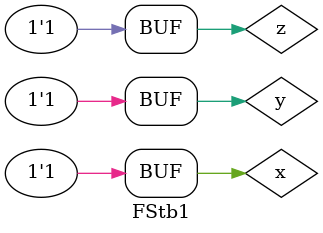
<source format=v>
`timescale 1ns / 1ps


module FStb1(

    );
    
    reg x,y,z;
    wire d,b;
    
    FullSub1 fs(x,y,z,d,b);
    
    initial begin
    
    x=0;    y=0;    z=0;
    #100
    x=0;    y=0;    z=1;
    #100
    x=0;    y=1;    z=0;
    #100
    x=0;    y=1;    z=1;
    #100
    x=1;    y=0;    z=0;
    #100
    x=1;    y=0;    z=1;
    #100
    x=1;    y=1;    z=0;
    #100
    x=1;    y=1;    z=1;
    
    end
    
endmodule

</source>
